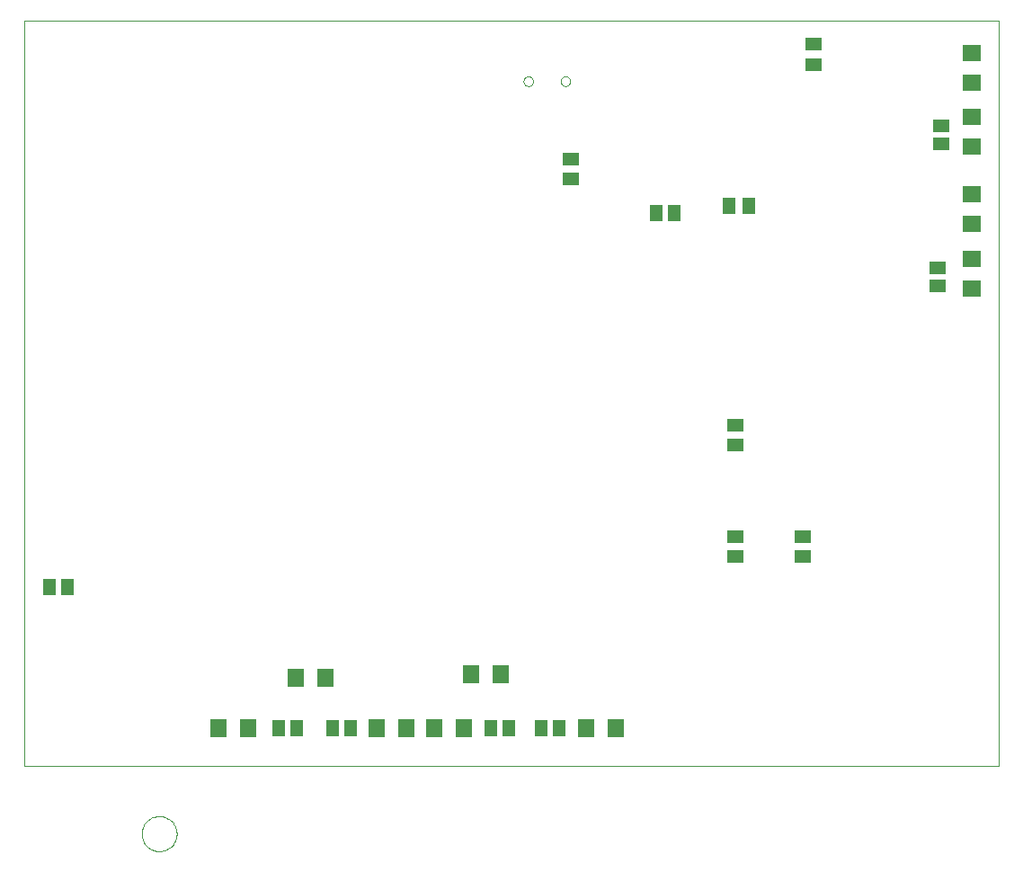
<source format=gbp>
G75*
G70*
%OFA0B0*%
%FSLAX24Y24*%
%IPPOS*%
%LPD*%
%AMOC8*
5,1,8,0,0,1.08239X$1,22.5*
%
%ADD10C,0.0000*%
%ADD11R,0.0512X0.0591*%
%ADD12R,0.0630X0.0512*%
%ADD13R,0.0630X0.0709*%
%ADD14R,0.0709X0.0630*%
%ADD15R,0.0591X0.0512*%
%ADD16R,0.0512X0.0630*%
D10*
X000786Y004283D02*
X000786Y031905D01*
X036906Y031905D01*
X036906Y004283D01*
X000786Y004283D01*
X005136Y001758D02*
X005138Y001808D01*
X005144Y001858D01*
X005154Y001908D01*
X005167Y001956D01*
X005184Y002004D01*
X005205Y002050D01*
X005229Y002094D01*
X005257Y002136D01*
X005288Y002176D01*
X005322Y002213D01*
X005359Y002248D01*
X005398Y002279D01*
X005439Y002308D01*
X005483Y002333D01*
X005529Y002355D01*
X005576Y002373D01*
X005624Y002387D01*
X005673Y002398D01*
X005723Y002405D01*
X005773Y002408D01*
X005824Y002407D01*
X005874Y002402D01*
X005924Y002393D01*
X005972Y002381D01*
X006020Y002364D01*
X006066Y002344D01*
X006111Y002321D01*
X006154Y002294D01*
X006194Y002264D01*
X006232Y002231D01*
X006267Y002195D01*
X006300Y002156D01*
X006329Y002115D01*
X006355Y002072D01*
X006378Y002027D01*
X006397Y001980D01*
X006412Y001932D01*
X006424Y001883D01*
X006432Y001833D01*
X006436Y001783D01*
X006436Y001733D01*
X006432Y001683D01*
X006424Y001633D01*
X006412Y001584D01*
X006397Y001536D01*
X006378Y001489D01*
X006355Y001444D01*
X006329Y001401D01*
X006300Y001360D01*
X006267Y001321D01*
X006232Y001285D01*
X006194Y001252D01*
X006154Y001222D01*
X006111Y001195D01*
X006066Y001172D01*
X006020Y001152D01*
X005972Y001135D01*
X005924Y001123D01*
X005874Y001114D01*
X005824Y001109D01*
X005773Y001108D01*
X005723Y001111D01*
X005673Y001118D01*
X005624Y001129D01*
X005576Y001143D01*
X005529Y001161D01*
X005483Y001183D01*
X005439Y001208D01*
X005398Y001237D01*
X005359Y001268D01*
X005322Y001303D01*
X005288Y001340D01*
X005257Y001380D01*
X005229Y001422D01*
X005205Y001466D01*
X005184Y001512D01*
X005167Y001560D01*
X005154Y001608D01*
X005144Y001658D01*
X005138Y001708D01*
X005136Y001758D01*
X019295Y029658D02*
X019297Y029684D01*
X019303Y029710D01*
X019313Y029735D01*
X019326Y029758D01*
X019342Y029778D01*
X019362Y029796D01*
X019384Y029811D01*
X019407Y029823D01*
X019433Y029831D01*
X019459Y029835D01*
X019485Y029835D01*
X019511Y029831D01*
X019537Y029823D01*
X019561Y029811D01*
X019582Y029796D01*
X019602Y029778D01*
X019618Y029758D01*
X019631Y029735D01*
X019641Y029710D01*
X019647Y029684D01*
X019649Y029658D01*
X019647Y029632D01*
X019641Y029606D01*
X019631Y029581D01*
X019618Y029558D01*
X019602Y029538D01*
X019582Y029520D01*
X019560Y029505D01*
X019537Y029493D01*
X019511Y029485D01*
X019485Y029481D01*
X019459Y029481D01*
X019433Y029485D01*
X019407Y029493D01*
X019383Y029505D01*
X019362Y029520D01*
X019342Y029538D01*
X019326Y029558D01*
X019313Y029581D01*
X019303Y029606D01*
X019297Y029632D01*
X019295Y029658D01*
X020673Y029658D02*
X020675Y029684D01*
X020681Y029710D01*
X020691Y029735D01*
X020704Y029758D01*
X020720Y029778D01*
X020740Y029796D01*
X020762Y029811D01*
X020785Y029823D01*
X020811Y029831D01*
X020837Y029835D01*
X020863Y029835D01*
X020889Y029831D01*
X020915Y029823D01*
X020939Y029811D01*
X020960Y029796D01*
X020980Y029778D01*
X020996Y029758D01*
X021009Y029735D01*
X021019Y029710D01*
X021025Y029684D01*
X021027Y029658D01*
X021025Y029632D01*
X021019Y029606D01*
X021009Y029581D01*
X020996Y029558D01*
X020980Y029538D01*
X020960Y029520D01*
X020938Y029505D01*
X020915Y029493D01*
X020889Y029485D01*
X020863Y029481D01*
X020837Y029481D01*
X020811Y029485D01*
X020785Y029493D01*
X020761Y029505D01*
X020740Y029520D01*
X020720Y029538D01*
X020704Y029558D01*
X020691Y029581D01*
X020681Y029606D01*
X020675Y029632D01*
X020673Y029658D01*
D11*
X024201Y024783D03*
X024871Y024783D03*
X020621Y005658D03*
X019951Y005658D03*
X018746Y005658D03*
X018076Y005658D03*
X012871Y005658D03*
X012201Y005658D03*
X010871Y005658D03*
X010201Y005658D03*
X002371Y010908D03*
X001701Y010908D03*
D12*
X021036Y026034D03*
X021036Y026782D03*
X030036Y030284D03*
X030036Y031032D03*
X027161Y016907D03*
X027161Y016159D03*
X027161Y012782D03*
X027161Y012034D03*
X029661Y012034D03*
X029661Y012782D03*
D13*
X022712Y005658D03*
X021610Y005658D03*
X018462Y007658D03*
X017360Y007658D03*
X017087Y005658D03*
X015985Y005658D03*
X014962Y005658D03*
X013860Y005658D03*
X011962Y007533D03*
X010860Y007533D03*
X009087Y005658D03*
X007985Y005658D03*
D14*
X035911Y021982D03*
X035911Y023085D03*
X035911Y024357D03*
X035911Y025460D03*
X035911Y027232D03*
X035911Y028335D03*
X035911Y029607D03*
X035911Y030710D03*
D15*
X034786Y027993D03*
X034786Y027324D03*
X034661Y022743D03*
X034661Y022074D03*
D16*
X027660Y025033D03*
X026912Y025033D03*
M02*

</source>
